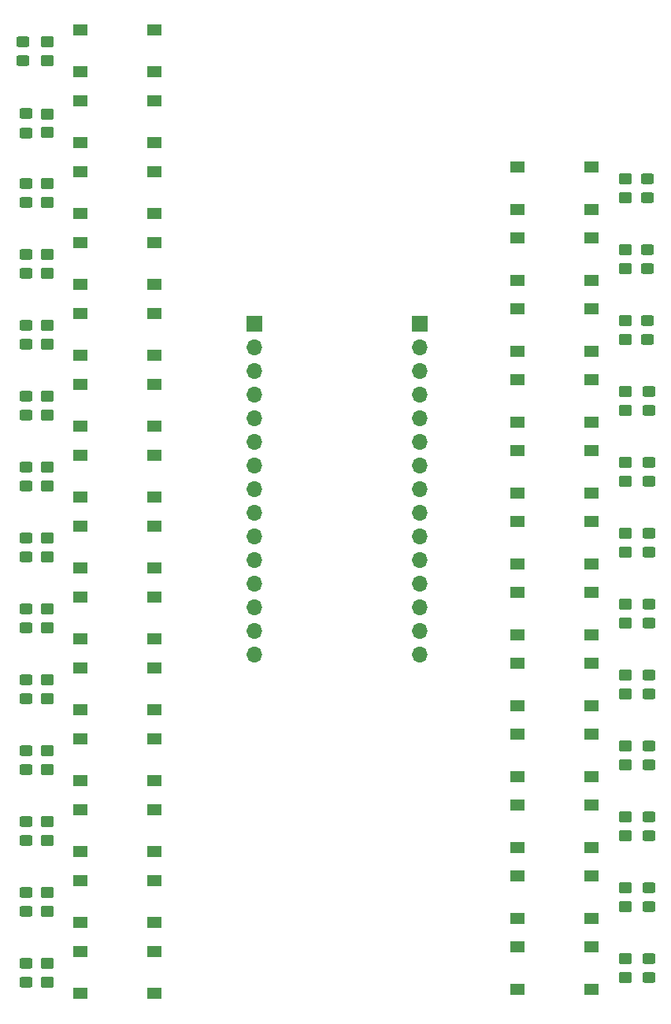
<source format=gts>
G04 #@! TF.GenerationSoftware,KiCad,Pcbnew,(6.0.10)*
G04 #@! TF.CreationDate,2023-04-03T10:33:17+03:00*
G04 #@! TF.ProjectId,testboard,74657374-626f-4617-9264-2e6b69636164,rev?*
G04 #@! TF.SameCoordinates,Original*
G04 #@! TF.FileFunction,Soldermask,Top*
G04 #@! TF.FilePolarity,Negative*
%FSLAX46Y46*%
G04 Gerber Fmt 4.6, Leading zero omitted, Abs format (unit mm)*
G04 Created by KiCad (PCBNEW (6.0.10)) date 2023-04-03 10:33:17*
%MOMM*%
%LPD*%
G01*
G04 APERTURE LIST*
G04 Aperture macros list*
%AMRoundRect*
0 Rectangle with rounded corners*
0 $1 Rounding radius*
0 $2 $3 $4 $5 $6 $7 $8 $9 X,Y pos of 4 corners*
0 Add a 4 corners polygon primitive as box body*
4,1,4,$2,$3,$4,$5,$6,$7,$8,$9,$2,$3,0*
0 Add four circle primitives for the rounded corners*
1,1,$1+$1,$2,$3*
1,1,$1+$1,$4,$5*
1,1,$1+$1,$6,$7*
1,1,$1+$1,$8,$9*
0 Add four rect primitives between the rounded corners*
20,1,$1+$1,$2,$3,$4,$5,0*
20,1,$1+$1,$4,$5,$6,$7,0*
20,1,$1+$1,$6,$7,$8,$9,0*
20,1,$1+$1,$8,$9,$2,$3,0*%
G04 Aperture macros list end*
%ADD10RoundRect,0.250000X0.450000X-0.350000X0.450000X0.350000X-0.450000X0.350000X-0.450000X-0.350000X0*%
%ADD11RoundRect,0.250000X0.450000X-0.325000X0.450000X0.325000X-0.450000X0.325000X-0.450000X-0.325000X0*%
%ADD12R,1.550000X1.300000*%
%ADD13RoundRect,0.250000X-0.450000X0.350000X-0.450000X-0.350000X0.450000X-0.350000X0.450000X0.350000X0*%
%ADD14R,1.700000X1.700000*%
%ADD15O,1.700000X1.700000*%
G04 APERTURE END LIST*
D10*
X184785000Y-94345000D03*
X184785000Y-92345000D03*
X184785000Y-109585000D03*
X184785000Y-107585000D03*
D11*
X187325000Y-117230000D03*
X187325000Y-115180000D03*
X187215000Y-71510000D03*
X187215000Y-69460000D03*
D10*
X184785000Y-101965000D03*
X184785000Y-99965000D03*
X122717000Y-49260000D03*
X122717000Y-47260000D03*
X184785000Y-124825000D03*
X184785000Y-122825000D03*
D11*
X187325000Y-79130000D03*
X187325000Y-77080000D03*
D10*
X122717000Y-87210000D03*
X122717000Y-85210000D03*
X122717000Y-64350000D03*
X122717000Y-62350000D03*
D12*
X134185000Y-106820000D03*
X126235000Y-106820000D03*
X134185000Y-111320000D03*
X126235000Y-111320000D03*
D10*
X184785000Y-86725000D03*
X184785000Y-84725000D03*
D11*
X187215000Y-56270000D03*
X187215000Y-54220000D03*
D12*
X181140000Y-106335000D03*
X173190000Y-106335000D03*
X181140000Y-110835000D03*
X173190000Y-110835000D03*
D13*
X122717000Y-92830000D03*
X122717000Y-94830000D03*
D10*
X122717000Y-117690000D03*
X122717000Y-115690000D03*
D11*
X120431000Y-56755000D03*
X120431000Y-54705000D03*
D12*
X126235000Y-91580000D03*
X134185000Y-91580000D03*
X134185000Y-96080000D03*
X126235000Y-96080000D03*
X181140000Y-68235000D03*
X173190000Y-68235000D03*
X181140000Y-72735000D03*
X173190000Y-72735000D03*
D11*
X187325000Y-124850000D03*
X187325000Y-122800000D03*
X120431000Y-102475000D03*
X120431000Y-100425000D03*
D12*
X173190000Y-133695000D03*
X181140000Y-133695000D03*
X181140000Y-129195000D03*
X173190000Y-129195000D03*
D11*
X120431000Y-94855000D03*
X120431000Y-92805000D03*
D12*
X126235000Y-122060000D03*
X134185000Y-122060000D03*
X134185000Y-126560000D03*
X126235000Y-126560000D03*
D10*
X184785000Y-140065000D03*
X184785000Y-138065000D03*
D11*
X120431000Y-79615000D03*
X120431000Y-77565000D03*
X120015000Y-41515000D03*
X120015000Y-39465000D03*
D10*
X184785000Y-79105000D03*
X184785000Y-77105000D03*
D12*
X181140000Y-75855000D03*
X173190000Y-75855000D03*
X181140000Y-80355000D03*
X173190000Y-80355000D03*
X173190000Y-121575000D03*
X181140000Y-121575000D03*
X181140000Y-126075000D03*
X173190000Y-126075000D03*
X126235000Y-45860000D03*
X134185000Y-45860000D03*
X134185000Y-50360000D03*
X126235000Y-50360000D03*
D11*
X187325000Y-109610000D03*
X187325000Y-107560000D03*
D12*
X126235000Y-65600000D03*
X134185000Y-65600000D03*
X126235000Y-61100000D03*
X134185000Y-61100000D03*
D14*
X144929607Y-69830535D03*
D15*
X144929607Y-72370535D03*
X144929607Y-74910535D03*
X144929607Y-77450535D03*
X144929607Y-79990535D03*
X144929607Y-82530535D03*
X144929607Y-85070535D03*
X144929607Y-87610535D03*
X144929607Y-90150535D03*
X144929607Y-92690535D03*
X144929607Y-95230535D03*
X144929607Y-97770535D03*
X144929607Y-100310535D03*
X144929607Y-102850535D03*
X144929607Y-105390535D03*
X162709607Y-105390535D03*
X162709607Y-102850535D03*
X162709607Y-100310535D03*
X162709607Y-97770535D03*
X162709607Y-95230535D03*
X162709607Y-92690535D03*
X162709607Y-90150535D03*
X162709607Y-87610535D03*
X162709607Y-85070535D03*
X162709607Y-82530535D03*
X162709607Y-79990535D03*
X162709607Y-77450535D03*
X162709607Y-74910535D03*
X162709607Y-72370535D03*
D14*
X162709607Y-69830535D03*
D11*
X120431000Y-87235000D03*
X120431000Y-85185000D03*
D12*
X126235000Y-114440000D03*
X134185000Y-114440000D03*
X134185000Y-118940000D03*
X126235000Y-118940000D03*
D10*
X122717000Y-102450000D03*
X122717000Y-100450000D03*
D11*
X120431000Y-132955000D03*
X120431000Y-130905000D03*
X187325000Y-86725000D03*
X187325000Y-84675000D03*
D12*
X126235000Y-42740000D03*
X134185000Y-42740000D03*
X134185000Y-38240000D03*
X126235000Y-38240000D03*
X126235000Y-57980000D03*
X134185000Y-57980000D03*
X126235000Y-53480000D03*
X134185000Y-53480000D03*
D11*
X187325000Y-101990000D03*
X187325000Y-99940000D03*
D12*
X126235000Y-99200000D03*
X134185000Y-99200000D03*
X126235000Y-103700000D03*
X134185000Y-103700000D03*
X126235000Y-73220000D03*
X134185000Y-73220000D03*
X134185000Y-68720000D03*
X126235000Y-68720000D03*
D10*
X122717000Y-125310000D03*
X122717000Y-123310000D03*
X122717000Y-56730000D03*
X122717000Y-54730000D03*
X184785000Y-117205000D03*
X184785000Y-115205000D03*
D12*
X126235000Y-129680000D03*
X134185000Y-129680000D03*
X134185000Y-134180000D03*
X126235000Y-134180000D03*
D11*
X120431000Y-64375000D03*
X120431000Y-62325000D03*
D10*
X122717000Y-132930000D03*
X122717000Y-130930000D03*
D11*
X187325000Y-132445000D03*
X187325000Y-130395000D03*
X187325000Y-94370000D03*
X187325000Y-92320000D03*
X120431000Y-125335000D03*
X120431000Y-123285000D03*
X187325000Y-140115000D03*
X187325000Y-138065000D03*
D12*
X181140000Y-60615000D03*
X173190000Y-60615000D03*
X173190000Y-65115000D03*
X181140000Y-65115000D03*
X173190000Y-91095000D03*
X181140000Y-91095000D03*
X181140000Y-95595000D03*
X173190000Y-95595000D03*
D10*
X122717000Y-110070000D03*
X122717000Y-108070000D03*
D11*
X120431000Y-71995000D03*
X120431000Y-69945000D03*
D10*
X122717000Y-79590000D03*
X122717000Y-77590000D03*
D12*
X173190000Y-136815000D03*
X181140000Y-136815000D03*
X173190000Y-141315000D03*
X181140000Y-141315000D03*
D10*
X184785000Y-56245000D03*
X184785000Y-54245000D03*
D12*
X173190000Y-98715000D03*
X181140000Y-98715000D03*
X181140000Y-103215000D03*
X173190000Y-103215000D03*
X126235000Y-137300000D03*
X134185000Y-137300000D03*
X134185000Y-141800000D03*
X126235000Y-141800000D03*
D11*
X120431000Y-140575000D03*
X120431000Y-138525000D03*
D10*
X122717000Y-41490000D03*
X122717000Y-39490000D03*
D11*
X120431000Y-110095000D03*
X120431000Y-108045000D03*
X120431000Y-117715000D03*
X120431000Y-115665000D03*
D10*
X184785000Y-63865000D03*
X184785000Y-61865000D03*
X122717000Y-140550000D03*
X122717000Y-138550000D03*
D12*
X134185000Y-83960000D03*
X126235000Y-83960000D03*
X134185000Y-88460000D03*
X126235000Y-88460000D03*
X181140000Y-83475000D03*
X173190000Y-83475000D03*
X181140000Y-87975000D03*
X173190000Y-87975000D03*
X181140000Y-57495000D03*
X173190000Y-57495000D03*
X181140000Y-52995000D03*
X173190000Y-52995000D03*
D10*
X184785000Y-71485000D03*
X184785000Y-69485000D03*
D12*
X126235000Y-80840000D03*
X134185000Y-80840000D03*
X126235000Y-76340000D03*
X134185000Y-76340000D03*
D10*
X184785000Y-132445000D03*
X184785000Y-130445000D03*
D12*
X181140000Y-118455000D03*
X173190000Y-118455000D03*
X181140000Y-113955000D03*
X173190000Y-113955000D03*
D11*
X120431000Y-49285000D03*
X120431000Y-47235000D03*
X187215000Y-63890000D03*
X187215000Y-61840000D03*
D10*
X122717000Y-71970000D03*
X122717000Y-69970000D03*
M02*

</source>
